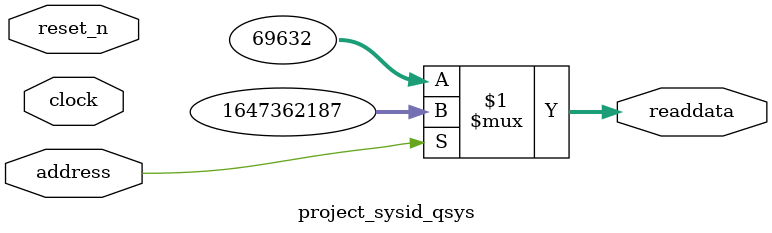
<source format=v>



// synthesis translate_off
`timescale 1ns / 1ps
// synthesis translate_on

// turn off superfluous verilog processor warnings 
// altera message_level Level1 
// altera message_off 10034 10035 10036 10037 10230 10240 10030 

module project_sysid_qsys (
               // inputs:
                address,
                clock,
                reset_n,

               // outputs:
                readdata
             )
;

  output  [ 31: 0] readdata;
  input            address;
  input            clock;
  input            reset_n;

  wire    [ 31: 0] readdata;
  //control_slave, which is an e_avalon_slave
  assign readdata = address ? 1647362187 : 69632;

endmodule



</source>
